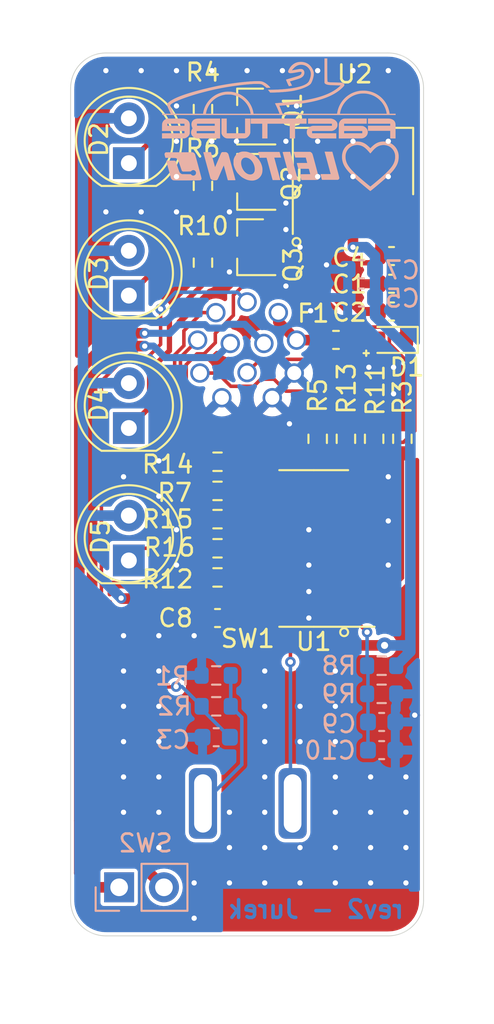
<source format=kicad_pcb>
(kicad_pcb (version 20211014) (generator pcbnew)

  (general
    (thickness 1.6002)
  )

  (paper "A4")
  (layers
    (0 "F.Cu" signal "Front")
    (31 "B.Cu" signal "Back")
    (32 "B.Adhes" user "B.Adhesive")
    (33 "F.Adhes" user "F.Adhesive")
    (34 "B.Paste" user)
    (35 "F.Paste" user)
    (36 "B.SilkS" user "B.Silkscreen")
    (37 "F.SilkS" user "F.Silkscreen")
    (38 "B.Mask" user)
    (39 "F.Mask" user)
    (40 "Dwgs.User" user "User.Drawings")
    (41 "Cmts.User" user "User.Comments")
    (42 "Eco1.User" user "User.Eco1")
    (43 "Eco2.User" user "User.Eco2")
    (44 "Edge.Cuts" user)
    (45 "Margin" user)
    (46 "B.CrtYd" user "B.Courtyard")
    (47 "F.CrtYd" user "F.Courtyard")
    (48 "B.Fab" user)
    (49 "F.Fab" user)
  )

  (setup
    (pad_to_mask_clearance 0)
    (solder_mask_min_width 0.12)
    (aux_axis_origin 80 60)
    (pcbplotparams
      (layerselection 0x00010fc_ffffffff)
      (disableapertmacros false)
      (usegerberextensions false)
      (usegerberattributes true)
      (usegerberadvancedattributes true)
      (creategerberjobfile true)
      (svguseinch false)
      (svgprecision 6)
      (excludeedgelayer true)
      (plotframeref false)
      (viasonmask false)
      (mode 1)
      (useauxorigin false)
      (hpglpennumber 1)
      (hpglpenspeed 20)
      (hpglpendiameter 15.000000)
      (dxfpolygonmode true)
      (dxfimperialunits true)
      (dxfusepcbnewfont true)
      (psnegative false)
      (psa4output false)
      (plotreference true)
      (plotvalue true)
      (plotinvisibletext false)
      (sketchpadsonfab false)
      (subtractmaskfromsilk false)
      (outputformat 1)
      (mirror false)
      (drillshape 0)
      (scaleselection 1)
      (outputdirectory "Gerbers")
    )
  )

  (net 0 "")
  (net 1 "GND")
  (net 2 "Net-(C1-Pad1)")
  (net 3 "BTN_TS")
  (net 4 "+5V")
  (net 5 "CLK")
  (net 6 "+12V")
  (net 7 "Net-(D5-Pad1)")
  (net 8 "ASB_LED")
  (net 9 "AMS_LED")
  (net 10 "TSOFF_LED")
  (net 11 "SDC_IN")
  (net 12 "SDC_OUT")
  (net 13 "IDM_LED")
  (net 14 "Net-(R1-Pad1)")
  (net 15 "Net-(J1-Pad9)")
  (net 16 "Net-(J1-Pad8)")
  (net 17 "Net-(J1-Pad7)")
  (net 18 "Net-(J1-Pad10)")
  (net 19 "Net-(R16-Pad2)")
  (net 20 "Net-(D2-Pad1)")
  (net 21 "Net-(D3-Pad1)")
  (net 22 "Net-(D4-Pad1)")
  (net 23 "Net-(F1-Pad1)")
  (net 24 "Net-(Q1-Pad1)")
  (net 25 "Net-(Q2-Pad1)")
  (net 26 "Net-(Q3-Pad1)")
  (net 27 "Net-(Q1-Pad3)")
  (net 28 "Net-(Q2-Pad3)")
  (net 29 "Net-(Q3-Pad3)")

  (footprint "Resistor_SMD:R_0603_1608Metric" (layer "F.Cu") (at 87.5 67.525 -90))

  (footprint "Resistor_SMD:R_0603_1608Metric" (layer "F.Cu") (at 87.5 71.875 -90))

  (footprint "Capacitor_SMD:C_0603_1608Metric" (layer "F.Cu") (at 98.185 71.5 180))

  (footprint "Binder:APEM-ISx3SAD" (layer "F.Cu") (at 90.04 102.5))

  (footprint "LED_THT:LED_D5.0mm_Clear" (layer "F.Cu") (at 83.3 66.24 90))

  (footprint "LED_THT:LED_D5.0mm_Clear" (layer "F.Cu") (at 83.3 73.74 90))

  (footprint "LED_THT:LED_D5.0mm_Clear" (layer "F.Cu") (at 83.3 81.24 90))

  (footprint "LED_THT:LED_D5.0mm_Clear" (layer "F.Cu") (at 83.3 88.74 90))

  (footprint "Package_TO_SOT_SMD:SOT-223-3_TabPin2" (layer "F.Cu") (at 96 66.15 90))

  (footprint "Capacitor_SMD:C_0603_1608Metric" (layer "F.Cu") (at 98.185 73.07 180))

  (footprint "Capacitor_SMD:C_0603_1608Metric" (layer "F.Cu") (at 98.185 74.64 180))

  (footprint "Package_SO:SOIC-14_3.9x8.7mm_P1.27mm" (layer "F.Cu") (at 93.775 88.06 180))

  (footprint "Diode_SMD:D_0603_1608Metric" (layer "F.Cu") (at 98.185 76.25 180))

  (footprint "Fuse:Fuse_0603_1608Metric" (layer "F.Cu") (at 95.0375 76.25))

  (footprint "Capacitor_SMD:C_0603_1608Metric" (layer "F.Cu") (at 88.325 92 180))

  (footprint "Resistor_SMD:R_0603_1608Metric" (layer "F.Cu") (at 88.325 88.05))

  (footprint "Resistor_SMD:R_0603_1608Metric" (layer "F.Cu") (at 88.325 89.7 180))

  (footprint "Resistor_SMD:R_0603_1608Metric" (layer "F.Cu") (at 88.325 84.8 180))

  (footprint "Resistor_SMD:R_0603_1608Metric" (layer "F.Cu") (at 88.325 83.15))

  (footprint "Resistor_SMD:R_0603_1608Metric" (layer "F.Cu") (at 98.8 81.85 90))

  (footprint "Resistor_SMD:R_0603_1608Metric" (layer "F.Cu") (at 97.2 81.85 -90))

  (footprint "Resistor_SMD:R_0603_1608Metric" (layer "F.Cu") (at 95.6 81.85 -90))

  (footprint "Resistor_SMD:R_0603_1608Metric" (layer "F.Cu") (at 88.325 86.4))

  (footprint "Resistor_SMD:R_0603_1608Metric" (layer "F.Cu") (at 87.5 63.175 90))

  (footprint "Package_TO_SOT_SMD:SOT-23" (layer "F.Cu") (at 90.2 63.6 180))

  (footprint "Package_TO_SOT_SMD:SOT-23" (layer "F.Cu") (at 90.2 71 180))

  (footprint "Package_TO_SOT_SMD:SOT-23" (layer "F.Cu") (at 90.2 67.3 180))

  (footprint "Resistor_SMD:R_0603_1608Metric" (layer "F.Cu") (at 94 81.85 90))

  (footprint "Resistor_SMD:R_0603_1608Metric" (layer "B.Cu") (at 88.25 97))

  (footprint "Resistor_SMD:R_0603_1608Metric" (layer "B.Cu") (at 97.625 96.293333))

  (footprint "Capacitor_SMD:C_0603_1608Metric" (layer "B.Cu") (at 96.475 73.85 180))

  (footprint "Capacitor_SMD:C_0603_1608Metric" (layer "B.Cu") (at 97.625 99.48))

  (footprint "Connector_PinSocket_2.54mm:PinSocket_1x02_P2.54mm_Vertical" (layer "B.Cu") (at 82.75 107.25 -90))

  (footprint "Capacitor_SMD:C_0603_1608Metric" (layer "B.Cu") (at 97.625 97.886666))

  (footprint "Capacitor_SMD:C_0603_1608Metric" (layer "B.Cu") (at 88.25 98.75 180))

  (footprint "Resistor_SMD:R_0603_1608Metric" (layer "B.Cu") (at 88.25 95.25 180))

  (footprint "Capacitor_SMD:C_0603_1608Metric" (layer "B.Cu") (at 96.475 72.25 180))

  (footprint "Resistor_SMD:R_0603_1608Metric" (layer "B.Cu") (at 97.625 94.7 180))

  (footprint "Binder:Binder_M12-A_12P_Female_NoSilk" (layer "B.Cu") (at 90 77))

  (footprint "Binder:FTLogo_xsmall" (layer "B.Cu") (at 91.8 62.6 180))

  (footprint "Binder:leitonLogo-small" (layer "B.Cu")
    (tedit 0) (tstamp 00000000-0000-0000-0000-000061e4a7a8)
    (at 92 66.4 180)
    (attr through_hole)
    (fp_text reference "G***" (at 0 0) (layer "B.SilkS") hide
      (effects (font (size 1.524 1.524) (thickness 0.3)) (justify mirror))
      (tstamp 7e969d15-6cc0-4258-8b27-586608a21adb)
    )
    (fp_text value "LOGO" (at 0.75 0) (layer "B.SilkS") hide
      (effects (font (size 1.524 1.524) (thickness 0.3)) (justify mirror))
      (tstamp f1dd8642-b405-490b-a449-d1cc5797fda8)
    )
    (fp_poly (pts
        (xy 1.113452 0.792563)
        (xy 1.173778 0.792369)
        (xy 1.224548 0.792047)
        (xy 1.266391 0.791591)
        (xy 1.299934 0.790995)
        (xy 1.325806 0.790252)
        (xy 1.344636 0.789355)
        (xy 1.357054 0.788298)
        (xy 1.363686 0.787074)
        (xy 1.36525 0.785962)
        (xy 1.36365 0.7777)
        (xy 1.359182 0.759142)
        (xy 1.352344 0.732239)
        (xy 1.343634 0.698941)
        (xy 1.333551 0.661197)
        (xy 1.330791 0.650993)
        (xy 1.319899 0.610766)
        (xy 1.30968 0.572943)
        (xy 1.300773 0.539891)
        (xy 1.293815 0.513977)
        (xy 1.289445 0.49757)
        (xy 1.289026 0.495975)
        (xy 1.281718 0.468075)
        (xy 1.087763 0.470575)
        (xy 0.893807 0.473075)
        (xy 0.721617 -0.160337)
        (xy 0.549428 -0.79375)
        (xy 0.334611 -0.79375)
        (xy 0.276685 -0.793716)
        (xy 0.230229 -0.793572)
        (xy 0.194013 -0.793253)
        (xy 0.166809 -0.792694)
        (xy 0.147386 -0.79183)
        (xy 0.134514 -0.790598)
        (xy 0.126964 -0.788932)
        (xy 0.123506 -0.786768)
        (xy 0.12291 -0.784041)
        (xy 0.123241 -0.782637)
        (xy 0.125435 -0.774816)
        (xy 0.13068 -0.755751)
        (xy 0.138699 -0.726455)
        (xy 0.149217 -0.68794)
        (xy 0.161959 -0.641221)
        (xy 0.17665 -0.587309)
        (xy 0.193015 -0.527218)
        (xy 0.210778 -0.461961)
        (xy 0.229664 -0.39255)
        (xy 0.249397 -0.319998)
        (xy 0.269703 -0.245319)
        (xy 0.290306 -0.169525)
        (xy 0.31093 -0.093629)
        (xy 0.331301 -0.018645)
        (xy 0.351143 0.054416)
        (xy 0.370181 0.124539)
        (xy 0.38814 0.190712)
        (xy 0.404743 0.251923)
        (xy 0.419717 0.307157)
        (xy 0.432785 0.355403)
        (xy 0.443673 0.395647)
        (xy 0.452104 0.426877)
        (xy 0.457805 0.448079)
        (xy 0.460498 0.458241)
        (xy 0.460613 0.458695)
        (xy 0.46488 0.476065)
        (xy 0.271447 0.477745)
        (xy 0.078015 0.479425)
        (xy 0.120391 0.635)
        (xy 0.162766 0.790575)
        (xy 0.764008 0.792195)
        (xy 0.868847 0.792446)
        (xy 0.961614 0.792595)
        (xy 1.04294 0.792636)
        (xy 1.113452 0.792563)
      ) (layer "B.SilkS") (width 0.01) (fill solid) (tstamp 2bef89de-08c7-4a13-9d85-67948d429ca0))
    (fp_poly (pts
        (xy -4.18961 1.379941)
        (xy -4.137779 1.37724)
        (xy -4.092916 1.372458)
        (xy -4.074987 1.369429)
        (xy -3.973682 1.343297)
        (xy -3.87784 1.306268)
        (xy -3.788199 1.258967)
        (xy -3.705501 1.202022)
        (xy -3.630484 1.136059)
        (xy -3.56389 1.061703)
        (xy -3.506457 0.979583)
        (xy -3.458926 0.890324)
        (xy -3.432506 0.8255)
        (xy -3.404273 0.728818)
        (xy -3.387083 0.627322)
        (xy -3.380935 0.522474)
        (xy -3.385828 0.415733)
        (xy -3.401762 0.308559)
        (xy -3.428736 0.202411)
        (xy -3.432763 0.189662)
        (xy -3.456965 0.12318)
        (xy -3.487068 0.055936)
        (xy -3.523472 -0.012535)
        (xy -3.566574 -0.082697)
        (xy -3.616772 -0.155015)
        (xy -3.674464 -0.229953)
        (xy -3.740049 -0.307975)
        (xy -3.813924 -0.389546)
        (xy -3.896487 -0.475131)
        (xy -3.988136 -0.565193)
        (xy -4.089271 -0.660198)
        (xy -4.200287 -0.76061)
        (xy -4.321584 -0.866893)
        (xy -4.384675 -0.92107)
        (xy -4.428798 -0.958596)
        (xy -4.476403 -0.998843)
        (xy -4.526542 -1.041027)
        (xy -4.578267 -1.084367)
        (xy -4.630631 -1.12808)
        (xy -4.682687 -1.171382)
        (xy -4.733486 -1.213492)
        (xy -4.782081 -1.253626)
        (xy -4.827524 -1.291001)
        (xy -4.868869 -1.324836)
        (xy -4.905166 -1.354346)
        (xy -4.935469 -1.37875)
        (xy -4.958831 -1.397265)
        (xy -4.974302 -1.409108)
        (xy -4.98077 -1.413444)
        (xy -4.98712 -1.410155)
        (xy -5.002138 -1.399587)
        (xy -5.024735 -1.382587)
        (xy -5.05382 -1.360005)
        (xy -5.088304 -1.332689)
        (xy -5.127097 -1.301489)
        (xy -5.16911 -1.267253)
        (xy -5.181674 -1.256933)
        (xy -5.315114 -1.146622)
        (xy -5.438745 -1.043334)
        (xy -5.553031 -0.946625)
        (xy -5.658437 -0.856051)
        (xy -5.755427 -0.771168)
        (xy -5.844465 -0.691533)
        (xy -5.926016 -0.616702)
        (xy -6.000544 -0.546231)
        (xy -6.068513 -0.479676)
        (xy -6.130388 -0.416594)
        (xy -6.186632 -0.35654)
        (xy -6.23771 -0.29907)
        (xy -6.284087 -0.243742)
        (xy -6.326227 -0.19011)
        (xy -6.364593 -0.137732)
        (xy -6.387801 -0.104041)
        (xy -6.447408 -0.008125)
        (xy -6.495527 0.085733)
        (xy -6.532747 0.179402)
        (xy -6.559655 0.27475)
        (xy -6.576842 0.373646)
        (xy -6.584896 0.477959)
        (xy -6.585365 0.504804)
        (xy -6.39453 0.504804)
        (xy -6.392508 0.446853)
        (xy -6.387262 0.393379)
        (xy -6.385183 0.379581)
        (xy -6.372291 0.315827)
        (xy -6.354438 0.252625)
        (xy -6.331211 0.189446)
        (xy -6.30219 0.125763)
        (xy -6.266961 0.061049)
        (xy -6.225107 -0.005224)
        (xy -6.176211 -0.073584)
        (xy -6.119856 -0.144559)
        (xy -6.055626 -0.218674)
        (xy -5.983105 -0.296459)
        (xy -5.901875 -0.378441)
        (xy -5.811521 -0.465146)
        (xy -5.711626 -0.557104)
        (xy -5.601773 -0.65484)
        (xy -5.495925 -0.74657)
        (xy -5.451703 -0.784331)
        (xy -5.404741 -0.824152)
        (xy -5.35602 -0.865222)
        (xy -5.30652 -0.906733)
        (xy -5.257225 -0.947875)
        (xy -5.209114 -0.987838)
        (xy -5.163169 -1.025812)
        (xy -5.120371 -1.060989)
        (xy -5.081701 -1.092559)
        (xy -5.048141 -1.119711)
        (xy -5.020671 -1.141637)
        (xy -5.000274 -1.157528)
        (xy -4.987929 -1.166572)
        (xy -4.984643 -1.1684)
        (xy -4.978385 -1.164541)
        (xy -4.963818 -1.153733)
        (xy -4.942412 -1.137123)
        (xy -4.91564 -1.115863)
        (xy -4.884974 -1.091102)
        (xy -4.869307 -1.078313)
        (xy -4.736664 -0.969064)
        (xy -4.613959 -0.866713)
        (xy -4.500749 -0.770839)
        (xy -4.396595 -0.681022)
        (xy -4.301054 -0.596841)
        (xy -4.213686 -0.517874)
        (xy -4.13405 -0.443702)
        (xy -4.061703 -0.373902)
        (xy -3.996205 -0.308054)
        (xy -3.937114 -0.245737)
        (xy -3.88399 -0.18653)
        (xy -3.836391 -0.130012)
        (xy -3.793876 -0.075763)
        (xy -3.756003 -0.02336)
        (xy -3.74229 -0.003175)
        (xy -3.690611 0.08027)
        (xy -3.649446 0.160643)
        (xy -3.617889 0.24043)
        (xy -3.595034 0.322113)
        (xy -3.579976 0.408176)
        (xy -3.57493 0.45543)
        (xy -3.572476 0.551051)
        (xy -3.581589 0.64305)
        (xy -3.60187 0.730686)
        (xy -3.63292 0.813217)
        (xy -3.674343 0.8899)
        (xy -3.72574 0.959993)
        (xy -3.786713 1.022755)
        (xy -3.856864 1.077442)
        (xy -3.932069 1.121452)
        (xy -4.014367 1.155859)
        (xy -4.100673 1.178837)
        (xy -4.189461 1.190389)
        (xy -4.279205 1.190517)
        (xy -4.368377 1.179223)
        (xy -4.455451 1.156509)
        (xy -4.538899 1.122376)
        (xy -4.542368 1.12066)
        (xy -4.599611 1.088639)
        (xy -4.657024 1.049316)
        (xy -4.715588 1.001833)
        (xy -4.776283 0.945333)
        (xy -4.840091 0.878958)
        (xy -4.907991 0.80185)
        (xy -4.910821 0.798513)
        (xy -4.933865 0.77164)
        (xy -4.954224 0.748539)
        (xy -4.970438 0.730813)
        (xy -4.981051 0.720067)
        (xy -4.984429 0.717551)
        (xy -4.990072 0.722151)
        (xy -5.002314 0.734838)
        (xy -5.019626 0.753943)
        (xy -5.040479 0.777794)
        (xy -5.052761 0.792163)
        (xy -5.108999 0.857104)
        (xy -5.159791 0.912681)
        (xy -5.206535 0.960223)
        (xy -5.250632 1.001062)
        (xy -5.293481 1.036529)
        (xy -5.336482 1.067955)
        (xy -5.357601 1.082003)
        (xy -5.436815 1.125883)
        (xy -5.520648 1.158756)
        (xy -5.607679 1.180516)
        (xy -5.696485 1.19106)
        (xy -5.785644 1.190283)
        (xy -5.873736 1.17808)
        (xy -5.959338 1.154349)
        (xy -6.017842 1.130435)
        (xy -6.069872 1.103827)
        (xy -6.115263 1.075166)
        (xy -6.158631 1.041265)
        (xy -6.195454 1.007765)
        (xy -6.253565 0.945069)
        (xy -6.301425 0.87746)
        (xy -6.340185 0.803025)
        (xy -6.371 0.719853)
        (xy -6.372862 0.713743)
        (xy -6.382493 0.671701)
        (xy -6.389398 0.620609)
        (xy -6.393452 0.56385)
        (xy -6.39453 0.504804)
        (xy -6.585365 0.504804)
        (xy -6.585697 0.523767)
        (xy -6.583844 0.59697)
        (xy -6.577653 0.6622)
        (xy -6.566497 0.723629)
        (xy -6.549752 0.785427)
        (xy -6.543645 0.804364)
        (xy -6.505302 0.899984)
        (xy -6.456525 0.988887)
        (xy -6.398018 1.070462)
        (xy -6.330484 1.144097)
        (xy -6.254625 1.209179)
        (xy -6.171144 1.265097)
        (xy -6.080746 1.311239)
        (xy -5.984132 1.346993)
        (xy -5.894514 1.36938)
        (xy -5.857941 1.374632)
        (xy -5.812455 1.378231)
        (xy -5.76174 1.380143)
        (xy -5.709479 1.380333)
        (xy -5.659356 1.378766)
        (xy -5.615054 1.375407)
        (xy -5.591175 1.372255)
        (xy -5.501619 1.353014)
        (xy -5.416901 1.325167)
        (xy -5.335668 1.287977)
        (xy -5.256567 1.240706)
        (xy -5.178242 1.182614)
        (xy -5.099341 1.112964)
        (xy -5.078216 1.092526)
        (xy -4.984356 1.000125)
        (xy -4.894066 1.089383)
        (xy -4.813879 1.163213)
        (xy -4.734302 1.225195)
        (xy -4.654061 1.276041)
        (xy -4.571881 1.31646)
        (xy -4.486488 1.347165)
        (xy -4.396606 1.368866)
        (xy -4.391396 1.369832)
        (xy -4.349301 1.375506)
        (xy -4.299131 1.379078)
        (xy -4.244647 1.380555)
        (xy -4.18961 1.379941)
      ) (layer "B.SilkS") (width 0.01) (fill solid) (tstamp 37e4dc66-4492-4061-908d-7213940a2ec3))
    (fp_poly (pts
        (xy 5.842845 0.773239)
        (xy 6.600825 0.771525)
        (xy 6.624834 0.756598)
        (xy 6.649235 0.734561)
        (xy 6.666346 0.705238)
        (xy 6.67372 0.673025)
        (xy 6.673836 0.668591)
        (xy 6.672169 0.653756)
        (xy 6.667605 0.629706)
        (xy 6.660785 0.599424)
        (xy 6.652347 0.565892)
        (xy 6.649591 0.555625)
        (xy 6.62536 0.466725)
        (xy 6.346392 0.463511)
        (xy 6.277482 0.462658)
        (xy 6.220109 0.461793)
        (xy 6.173109 0.460867)
        (xy 6.135321 0.459828)
        (xy 6.105581 0.458626)
        (xy 6.082726 0.457209)
        (xy 6.065592 0.455527)
        (xy 6.053018 0.45353)
        (xy 6.04384 0.451165)
        (xy 6.041014 0.450165)
        (xy 5.987082 0.423598)
        (xy 5.943009 0.389043)
        (xy 5.908748 0.346459)
        (xy 5.89702 0.325666)
        (xy 5.891902 0.313389)
        (xy 5.883363 0.290403)
        (xy 5.871876 0.258087)
        (xy 5.857916 0.21782)
        (xy 5.841958 0.170981)
        (xy 5.824477 0.118949)
        (xy 5.805946 0.063101)
        (xy 5.791485 0.01905)
        (xy 5.772734 -0.038043)
        (xy 5.754907 -0.091769)
        (xy 5.738441 -0.140847)
        (xy 5.723773 -0.183998)
        (xy 5.711343 -0.219942)
        (xy 5.701588 -0.247398)
        (xy 5.694945 -0.265088)
        (xy 5.692144 -0.27138)
        (xy 5.680966 -0.282935)
        (xy 5.663585 -0.295205)
        (xy 5.656169 -0.299336)
        (xy 5.648705 -0.302998)
        (xy 5.641232 -0.305915)
        (xy 5.63235 -0.308141)
        (xy 5.620655 -0.309729)
        (xy 5.604746 -0.310734)
        (xy 5.58322 -0.31121)
        (xy 5.554675 -0.31121)
        (xy 5.517709 -0.31079)
        (xy 5.470919 -0.310003)
        (xy 5.412903 -0.308903)
        (xy 5.409718 -0.308841)
        (xy 5.190162 -0.304597)
        (xy 5.158849 -0.274416)
        (xy 5.122057 -0.247093)
        (xy 5.081078 -0.231651)
        (xy 5.03667 -0.228274)
        (xy 4.996374 -0.235142)
        (xy 4.973324 -0.245971)
        (xy 4.948097 -0.26467)
        (xy 4.92437 -0.287838)
        (xy 4.905819 -0.312074)
        (xy 4.898835 -0.325388)
        (xy 4.888528 -0.366086)
        (xy 4.889072 -0.408579)
        (xy 4.899736 -0.449868)
        (xy 4.919789 -0.486957)
        (xy 4.944843 -0.513925)
        (xy 4.975805 -0.533175)
        (xy 5.012302 -0.546051)
        (xy 5.049112 -0.550993)
        (xy 5.065764 -0.550034)
        (xy 5.096491 -0.54189)
        (xy 5.128243 -0.527061)
        (xy 5.15621 -0.508187)
        (xy 5.173382 -0.490974)
        (xy 5.189038 -0.470449)
        (xy 5.437731 -0.468587)
        (xy 5.686425 -0.466725)
        (xy 5.722112 -0.449991)
        (xy 5.766898 -0.422926)
        (xy 5.806143 -0.387363)
        (xy 5.830603 -0.3556)
        (xy 5.837097 -0.342373)
        (xy 5.847076 -0.317832)
        (xy 5.86025 -0.282789)
        (xy 5.876329 -0.238056)
        (xy 5.895021 -0.184444)
        (xy 5.916035 -0.122766)
        (xy 5.939081 -0.053833)
        (xy 5.944006 -0.038951)
        (xy 5.963266 0.019194)
        (xy 5.981473 0.073884)
        (xy 5.998212 0.123889)
        (xy 6.013065 0.167977)
        (xy 6.025617 0.204916)
        (xy 6.03545 0.233476)
        (xy 6.042149 0.252426)
        (xy 6.045289 0.260519)
        (xy 6.054559 0.271241)
        (xy 6.069606 0.28309)
        (xy 6.072856 0.285183)
        (xy 6.07875 0.288571)
        (xy 6.085239 0.291328)
        (xy 6.093618 0.293517)
        (xy 6.105181 0.295206)
        (xy 6.121225 0.296458)
        (xy 6.143043 0.297338)
        (xy 6.171931 0.297913)
        (xy 6.209184 0.298246)
        (xy 6.256096 0.298403)
        (xy 6.313963 0.298449)
        (xy 6.336889 0.29845)
        (xy 6.398819 0.298422)
        (xy 6.44921 0.298299)
        (xy 6.489224 0.298029)
        (xy 6.520022 0.297558)
        (xy 6.542766 0.296831)
        (xy 6.558618 0.295795)
        (xy 6.568738 0.294396)
        (xy 6.574288 0.292579)
        (xy 6.57643 0.290292)
        (xy 6.576325 0.28748)
        (xy 6.576286 0.287338)
        (xy 6.574155 0.279585)
        (xy 6.568954 0.260531)
        (xy 6.560942 0.231127)
        (xy 6.550378 0.192329)
        (xy 6.537522 0.14509)
        (xy 6.522634 0.090363)
        (xy 6.505972 0.029103)
        (xy 6.487797 -0.037739)
        (xy 6.468368 -0.109206)
        (xy 6.447943 -0.184347)
        (xy 6.442104 -0.20583)
        (xy 6.421274 -0.282219)
        (xy 6.401163 -0.355469)
        (xy 6.382051 -0.42459
... [297627 chars truncated]
</source>
